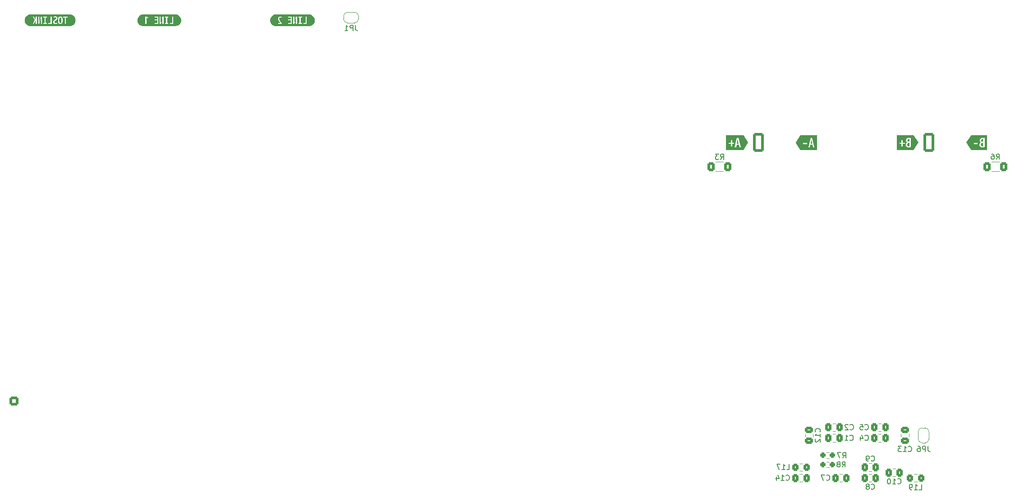
<source format=gbr>
%TF.GenerationSoftware,KiCad,Pcbnew,7.0.5-0*%
%TF.CreationDate,2024-02-04T17:51:19+01:00*%
%TF.ProjectId,AmplifierBoard,416d706c-6966-4696-9572-426f6172642e,rev?*%
%TF.SameCoordinates,Original*%
%TF.FileFunction,Legend,Bot*%
%TF.FilePolarity,Positive*%
%FSLAX46Y46*%
G04 Gerber Fmt 4.6, Leading zero omitted, Abs format (unit mm)*
G04 Created by KiCad (PCBNEW 7.0.5-0) date 2024-02-04 17:51:19*
%MOMM*%
%LPD*%
G01*
G04 APERTURE LIST*
G04 Aperture macros list*
%AMRoundRect*
0 Rectangle with rounded corners*
0 $1 Rounding radius*
0 $2 $3 $4 $5 $6 $7 $8 $9 X,Y pos of 4 corners*
0 Add a 4 corners polygon primitive as box body*
4,1,4,$2,$3,$4,$5,$6,$7,$8,$9,$2,$3,0*
0 Add four circle primitives for the rounded corners*
1,1,$1+$1,$2,$3*
1,1,$1+$1,$4,$5*
1,1,$1+$1,$6,$7*
1,1,$1+$1,$8,$9*
0 Add four rect primitives between the rounded corners*
20,1,$1+$1,$2,$3,$4,$5,0*
20,1,$1+$1,$4,$5,$6,$7,0*
20,1,$1+$1,$6,$7,$8,$9,0*
20,1,$1+$1,$8,$9,$2,$3,0*%
%AMFreePoly0*
4,1,19,0.500000,-0.750000,0.000000,-0.750000,0.000000,-0.744911,-0.071157,-0.744911,-0.207708,-0.704816,-0.327430,-0.627875,-0.420627,-0.520320,-0.479746,-0.390866,-0.500000,-0.250000,-0.500000,0.250000,-0.479746,0.390866,-0.420627,0.520320,-0.327430,0.627875,-0.207708,0.704816,-0.071157,0.744911,0.000000,0.744911,0.000000,0.750000,0.500000,0.750000,0.500000,-0.750000,0.500000,-0.750000,
$1*%
%AMFreePoly1*
4,1,19,0.000000,0.744911,0.071157,0.744911,0.207708,0.704816,0.327430,0.627875,0.420627,0.520320,0.479746,0.390866,0.500000,0.250000,0.500000,-0.250000,0.479746,-0.390866,0.420627,-0.520320,0.327430,-0.627875,0.207708,-0.704816,0.071157,-0.744911,0.000000,-0.744911,0.000000,-0.750000,-0.500000,-0.750000,-0.500000,0.750000,0.000000,0.750000,0.000000,0.744911,0.000000,0.744911,
$1*%
G04 Aperture macros list end*
%ADD10C,0.150000*%
%ADD11C,0.120000*%
%ADD12C,2.000000*%
%ADD13C,2.286000*%
%ADD14C,1.600000*%
%ADD15O,6.200000X9.200000*%
%ADD16C,3.000000*%
%ADD17O,2.000000X1.500000*%
%ADD18R,3.200000X3.200000*%
%ADD19O,3.200000X3.200000*%
%ADD20C,2.800000*%
%ADD21R,2.000000X1.905000*%
%ADD22O,2.000000X1.905000*%
%ADD23C,1.440000*%
%ADD24RoundRect,0.250000X-0.750000X-1.550000X0.750000X-1.550000X0.750000X1.550000X-0.750000X1.550000X0*%
%ADD25O,2.000000X3.600000*%
%ADD26R,1.905000X2.000000*%
%ADD27O,1.905000X2.000000*%
%ADD28R,1.700000X1.700000*%
%ADD29O,1.700000X1.700000*%
%ADD30RoundRect,0.250000X0.600000X0.600000X-0.600000X0.600000X-0.600000X-0.600000X0.600000X-0.600000X0*%
%ADD31C,1.700000*%
%ADD32RoundRect,0.250000X0.475000X-0.337500X0.475000X0.337500X-0.475000X0.337500X-0.475000X-0.337500X0*%
%ADD33FreePoly0,270.000000*%
%ADD34FreePoly1,270.000000*%
%ADD35RoundRect,0.250000X-0.337500X-0.475000X0.337500X-0.475000X0.337500X0.475000X-0.337500X0.475000X0*%
%ADD36FreePoly0,180.000000*%
%ADD37FreePoly1,180.000000*%
%ADD38RoundRect,0.237500X-0.250000X-0.237500X0.250000X-0.237500X0.250000X0.237500X-0.250000X0.237500X0*%
%ADD39RoundRect,0.250000X-0.325000X-0.450000X0.325000X-0.450000X0.325000X0.450000X-0.325000X0.450000X0*%
%ADD40RoundRect,0.250000X0.400000X0.625000X-0.400000X0.625000X-0.400000X-0.625000X0.400000X-0.625000X0*%
%ADD41RoundRect,0.250000X0.337500X0.475000X-0.337500X0.475000X-0.337500X-0.475000X0.337500X-0.475000X0*%
%ADD42RoundRect,0.250000X-0.400000X-0.625000X0.400000X-0.625000X0.400000X0.625000X-0.400000X0.625000X0*%
%ADD43RoundRect,0.250000X0.325000X0.450000X-0.325000X0.450000X-0.325000X-0.450000X0.325000X-0.450000X0*%
G04 APERTURE END LIST*
D10*
%TO.C,C12*%
X206039580Y-130357142D02*
X206087200Y-130309523D01*
X206087200Y-130309523D02*
X206134819Y-130166666D01*
X206134819Y-130166666D02*
X206134819Y-130071428D01*
X206134819Y-130071428D02*
X206087200Y-129928571D01*
X206087200Y-129928571D02*
X205991961Y-129833333D01*
X205991961Y-129833333D02*
X205896723Y-129785714D01*
X205896723Y-129785714D02*
X205706247Y-129738095D01*
X205706247Y-129738095D02*
X205563390Y-129738095D01*
X205563390Y-129738095D02*
X205372914Y-129785714D01*
X205372914Y-129785714D02*
X205277676Y-129833333D01*
X205277676Y-129833333D02*
X205182438Y-129928571D01*
X205182438Y-129928571D02*
X205134819Y-130071428D01*
X205134819Y-130071428D02*
X205134819Y-130166666D01*
X205134819Y-130166666D02*
X205182438Y-130309523D01*
X205182438Y-130309523D02*
X205230057Y-130357142D01*
X206134819Y-131309523D02*
X206134819Y-130738095D01*
X206134819Y-131023809D02*
X205134819Y-131023809D01*
X205134819Y-131023809D02*
X205277676Y-130928571D01*
X205277676Y-130928571D02*
X205372914Y-130833333D01*
X205372914Y-130833333D02*
X205420533Y-130738095D01*
X205230057Y-131690476D02*
X205182438Y-131738095D01*
X205182438Y-131738095D02*
X205134819Y-131833333D01*
X205134819Y-131833333D02*
X205134819Y-132071428D01*
X205134819Y-132071428D02*
X205182438Y-132166666D01*
X205182438Y-132166666D02*
X205230057Y-132214285D01*
X205230057Y-132214285D02*
X205325295Y-132261904D01*
X205325295Y-132261904D02*
X205420533Y-132261904D01*
X205420533Y-132261904D02*
X205563390Y-132214285D01*
X205563390Y-132214285D02*
X206134819Y-131642857D01*
X206134819Y-131642857D02*
X206134819Y-132261904D01*
%TO.C,JP6*%
X226333333Y-133054819D02*
X226333333Y-133769104D01*
X226333333Y-133769104D02*
X226380952Y-133911961D01*
X226380952Y-133911961D02*
X226476190Y-134007200D01*
X226476190Y-134007200D02*
X226619047Y-134054819D01*
X226619047Y-134054819D02*
X226714285Y-134054819D01*
X225857142Y-134054819D02*
X225857142Y-133054819D01*
X225857142Y-133054819D02*
X225476190Y-133054819D01*
X225476190Y-133054819D02*
X225380952Y-133102438D01*
X225380952Y-133102438D02*
X225333333Y-133150057D01*
X225333333Y-133150057D02*
X225285714Y-133245295D01*
X225285714Y-133245295D02*
X225285714Y-133388152D01*
X225285714Y-133388152D02*
X225333333Y-133483390D01*
X225333333Y-133483390D02*
X225380952Y-133531009D01*
X225380952Y-133531009D02*
X225476190Y-133578628D01*
X225476190Y-133578628D02*
X225857142Y-133578628D01*
X224428571Y-133054819D02*
X224619047Y-133054819D01*
X224619047Y-133054819D02*
X224714285Y-133102438D01*
X224714285Y-133102438D02*
X224761904Y-133150057D01*
X224761904Y-133150057D02*
X224857142Y-133292914D01*
X224857142Y-133292914D02*
X224904761Y-133483390D01*
X224904761Y-133483390D02*
X224904761Y-133864342D01*
X224904761Y-133864342D02*
X224857142Y-133959580D01*
X224857142Y-133959580D02*
X224809523Y-134007200D01*
X224809523Y-134007200D02*
X224714285Y-134054819D01*
X224714285Y-134054819D02*
X224523809Y-134054819D01*
X224523809Y-134054819D02*
X224428571Y-134007200D01*
X224428571Y-134007200D02*
X224380952Y-133959580D01*
X224380952Y-133959580D02*
X224333333Y-133864342D01*
X224333333Y-133864342D02*
X224333333Y-133626247D01*
X224333333Y-133626247D02*
X224380952Y-133531009D01*
X224380952Y-133531009D02*
X224428571Y-133483390D01*
X224428571Y-133483390D02*
X224523809Y-133435771D01*
X224523809Y-133435771D02*
X224714285Y-133435771D01*
X224714285Y-133435771D02*
X224809523Y-133483390D01*
X224809523Y-133483390D02*
X224857142Y-133531009D01*
X224857142Y-133531009D02*
X224904761Y-133626247D01*
%TO.C,C8*%
X215666666Y-141059580D02*
X215714285Y-141107200D01*
X215714285Y-141107200D02*
X215857142Y-141154819D01*
X215857142Y-141154819D02*
X215952380Y-141154819D01*
X215952380Y-141154819D02*
X216095237Y-141107200D01*
X216095237Y-141107200D02*
X216190475Y-141011961D01*
X216190475Y-141011961D02*
X216238094Y-140916723D01*
X216238094Y-140916723D02*
X216285713Y-140726247D01*
X216285713Y-140726247D02*
X216285713Y-140583390D01*
X216285713Y-140583390D02*
X216238094Y-140392914D01*
X216238094Y-140392914D02*
X216190475Y-140297676D01*
X216190475Y-140297676D02*
X216095237Y-140202438D01*
X216095237Y-140202438D02*
X215952380Y-140154819D01*
X215952380Y-140154819D02*
X215857142Y-140154819D01*
X215857142Y-140154819D02*
X215714285Y-140202438D01*
X215714285Y-140202438D02*
X215666666Y-140250057D01*
X215095237Y-140583390D02*
X215190475Y-140535771D01*
X215190475Y-140535771D02*
X215238094Y-140488152D01*
X215238094Y-140488152D02*
X215285713Y-140392914D01*
X215285713Y-140392914D02*
X215285713Y-140345295D01*
X215285713Y-140345295D02*
X215238094Y-140250057D01*
X215238094Y-140250057D02*
X215190475Y-140202438D01*
X215190475Y-140202438D02*
X215095237Y-140154819D01*
X215095237Y-140154819D02*
X214904761Y-140154819D01*
X214904761Y-140154819D02*
X214809523Y-140202438D01*
X214809523Y-140202438D02*
X214761904Y-140250057D01*
X214761904Y-140250057D02*
X214714285Y-140345295D01*
X214714285Y-140345295D02*
X214714285Y-140392914D01*
X214714285Y-140392914D02*
X214761904Y-140488152D01*
X214761904Y-140488152D02*
X214809523Y-140535771D01*
X214809523Y-140535771D02*
X214904761Y-140583390D01*
X214904761Y-140583390D02*
X215095237Y-140583390D01*
X215095237Y-140583390D02*
X215190475Y-140631009D01*
X215190475Y-140631009D02*
X215238094Y-140678628D01*
X215238094Y-140678628D02*
X215285713Y-140773866D01*
X215285713Y-140773866D02*
X215285713Y-140964342D01*
X215285713Y-140964342D02*
X215238094Y-141059580D01*
X215238094Y-141059580D02*
X215190475Y-141107200D01*
X215190475Y-141107200D02*
X215095237Y-141154819D01*
X215095237Y-141154819D02*
X214904761Y-141154819D01*
X214904761Y-141154819D02*
X214809523Y-141107200D01*
X214809523Y-141107200D02*
X214761904Y-141059580D01*
X214761904Y-141059580D02*
X214714285Y-140964342D01*
X214714285Y-140964342D02*
X214714285Y-140773866D01*
X214714285Y-140773866D02*
X214761904Y-140678628D01*
X214761904Y-140678628D02*
X214809523Y-140631009D01*
X214809523Y-140631009D02*
X214904761Y-140583390D01*
%TO.C,JP1*%
X118833333Y-53954819D02*
X118833333Y-54669104D01*
X118833333Y-54669104D02*
X118880952Y-54811961D01*
X118880952Y-54811961D02*
X118976190Y-54907200D01*
X118976190Y-54907200D02*
X119119047Y-54954819D01*
X119119047Y-54954819D02*
X119214285Y-54954819D01*
X118357142Y-54954819D02*
X118357142Y-53954819D01*
X118357142Y-53954819D02*
X117976190Y-53954819D01*
X117976190Y-53954819D02*
X117880952Y-54002438D01*
X117880952Y-54002438D02*
X117833333Y-54050057D01*
X117833333Y-54050057D02*
X117785714Y-54145295D01*
X117785714Y-54145295D02*
X117785714Y-54288152D01*
X117785714Y-54288152D02*
X117833333Y-54383390D01*
X117833333Y-54383390D02*
X117880952Y-54431009D01*
X117880952Y-54431009D02*
X117976190Y-54478628D01*
X117976190Y-54478628D02*
X118357142Y-54478628D01*
X116833333Y-54954819D02*
X117404761Y-54954819D01*
X117119047Y-54954819D02*
X117119047Y-53954819D01*
X117119047Y-53954819D02*
X117214285Y-54097676D01*
X117214285Y-54097676D02*
X117309523Y-54192914D01*
X117309523Y-54192914D02*
X117404761Y-54240533D01*
%TO.C,R7*%
X210316666Y-135254819D02*
X210649999Y-134778628D01*
X210888094Y-135254819D02*
X210888094Y-134254819D01*
X210888094Y-134254819D02*
X210507142Y-134254819D01*
X210507142Y-134254819D02*
X210411904Y-134302438D01*
X210411904Y-134302438D02*
X210364285Y-134350057D01*
X210364285Y-134350057D02*
X210316666Y-134445295D01*
X210316666Y-134445295D02*
X210316666Y-134588152D01*
X210316666Y-134588152D02*
X210364285Y-134683390D01*
X210364285Y-134683390D02*
X210411904Y-134731009D01*
X210411904Y-134731009D02*
X210507142Y-134778628D01*
X210507142Y-134778628D02*
X210888094Y-134778628D01*
X209983332Y-134254819D02*
X209316666Y-134254819D01*
X209316666Y-134254819D02*
X209745237Y-135254819D01*
%TO.C,L17*%
X199792857Y-137454819D02*
X200269047Y-137454819D01*
X200269047Y-137454819D02*
X200269047Y-136454819D01*
X198935714Y-137454819D02*
X199507142Y-137454819D01*
X199221428Y-137454819D02*
X199221428Y-136454819D01*
X199221428Y-136454819D02*
X199316666Y-136597676D01*
X199316666Y-136597676D02*
X199411904Y-136692914D01*
X199411904Y-136692914D02*
X199507142Y-136740533D01*
X198602380Y-136454819D02*
X197935714Y-136454819D01*
X197935714Y-136454819D02*
X198364285Y-137454819D01*
%TO.C,R8*%
X210216666Y-136954819D02*
X210549999Y-136478628D01*
X210788094Y-136954819D02*
X210788094Y-135954819D01*
X210788094Y-135954819D02*
X210407142Y-135954819D01*
X210407142Y-135954819D02*
X210311904Y-136002438D01*
X210311904Y-136002438D02*
X210264285Y-136050057D01*
X210264285Y-136050057D02*
X210216666Y-136145295D01*
X210216666Y-136145295D02*
X210216666Y-136288152D01*
X210216666Y-136288152D02*
X210264285Y-136383390D01*
X210264285Y-136383390D02*
X210311904Y-136431009D01*
X210311904Y-136431009D02*
X210407142Y-136478628D01*
X210407142Y-136478628D02*
X210788094Y-136478628D01*
X209645237Y-136383390D02*
X209740475Y-136335771D01*
X209740475Y-136335771D02*
X209788094Y-136288152D01*
X209788094Y-136288152D02*
X209835713Y-136192914D01*
X209835713Y-136192914D02*
X209835713Y-136145295D01*
X209835713Y-136145295D02*
X209788094Y-136050057D01*
X209788094Y-136050057D02*
X209740475Y-136002438D01*
X209740475Y-136002438D02*
X209645237Y-135954819D01*
X209645237Y-135954819D02*
X209454761Y-135954819D01*
X209454761Y-135954819D02*
X209359523Y-136002438D01*
X209359523Y-136002438D02*
X209311904Y-136050057D01*
X209311904Y-136050057D02*
X209264285Y-136145295D01*
X209264285Y-136145295D02*
X209264285Y-136192914D01*
X209264285Y-136192914D02*
X209311904Y-136288152D01*
X209311904Y-136288152D02*
X209359523Y-136335771D01*
X209359523Y-136335771D02*
X209454761Y-136383390D01*
X209454761Y-136383390D02*
X209645237Y-136383390D01*
X209645237Y-136383390D02*
X209740475Y-136431009D01*
X209740475Y-136431009D02*
X209788094Y-136478628D01*
X209788094Y-136478628D02*
X209835713Y-136573866D01*
X209835713Y-136573866D02*
X209835713Y-136764342D01*
X209835713Y-136764342D02*
X209788094Y-136859580D01*
X209788094Y-136859580D02*
X209740475Y-136907200D01*
X209740475Y-136907200D02*
X209645237Y-136954819D01*
X209645237Y-136954819D02*
X209454761Y-136954819D01*
X209454761Y-136954819D02*
X209359523Y-136907200D01*
X209359523Y-136907200D02*
X209311904Y-136859580D01*
X209311904Y-136859580D02*
X209264285Y-136764342D01*
X209264285Y-136764342D02*
X209264285Y-136573866D01*
X209264285Y-136573866D02*
X209311904Y-136478628D01*
X209311904Y-136478628D02*
X209359523Y-136431009D01*
X209359523Y-136431009D02*
X209454761Y-136383390D01*
%TO.C,C13*%
X222642857Y-133959580D02*
X222690476Y-134007200D01*
X222690476Y-134007200D02*
X222833333Y-134054819D01*
X222833333Y-134054819D02*
X222928571Y-134054819D01*
X222928571Y-134054819D02*
X223071428Y-134007200D01*
X223071428Y-134007200D02*
X223166666Y-133911961D01*
X223166666Y-133911961D02*
X223214285Y-133816723D01*
X223214285Y-133816723D02*
X223261904Y-133626247D01*
X223261904Y-133626247D02*
X223261904Y-133483390D01*
X223261904Y-133483390D02*
X223214285Y-133292914D01*
X223214285Y-133292914D02*
X223166666Y-133197676D01*
X223166666Y-133197676D02*
X223071428Y-133102438D01*
X223071428Y-133102438D02*
X222928571Y-133054819D01*
X222928571Y-133054819D02*
X222833333Y-133054819D01*
X222833333Y-133054819D02*
X222690476Y-133102438D01*
X222690476Y-133102438D02*
X222642857Y-133150057D01*
X221690476Y-134054819D02*
X222261904Y-134054819D01*
X221976190Y-134054819D02*
X221976190Y-133054819D01*
X221976190Y-133054819D02*
X222071428Y-133197676D01*
X222071428Y-133197676D02*
X222166666Y-133292914D01*
X222166666Y-133292914D02*
X222261904Y-133340533D01*
X221357142Y-133054819D02*
X220738095Y-133054819D01*
X220738095Y-133054819D02*
X221071428Y-133435771D01*
X221071428Y-133435771D02*
X220928571Y-133435771D01*
X220928571Y-133435771D02*
X220833333Y-133483390D01*
X220833333Y-133483390D02*
X220785714Y-133531009D01*
X220785714Y-133531009D02*
X220738095Y-133626247D01*
X220738095Y-133626247D02*
X220738095Y-133864342D01*
X220738095Y-133864342D02*
X220785714Y-133959580D01*
X220785714Y-133959580D02*
X220833333Y-134007200D01*
X220833333Y-134007200D02*
X220928571Y-134054819D01*
X220928571Y-134054819D02*
X221214285Y-134054819D01*
X221214285Y-134054819D02*
X221309523Y-134007200D01*
X221309523Y-134007200D02*
X221357142Y-133959580D01*
%TO.C,C5*%
X214516666Y-129859580D02*
X214564285Y-129907200D01*
X214564285Y-129907200D02*
X214707142Y-129954819D01*
X214707142Y-129954819D02*
X214802380Y-129954819D01*
X214802380Y-129954819D02*
X214945237Y-129907200D01*
X214945237Y-129907200D02*
X215040475Y-129811961D01*
X215040475Y-129811961D02*
X215088094Y-129716723D01*
X215088094Y-129716723D02*
X215135713Y-129526247D01*
X215135713Y-129526247D02*
X215135713Y-129383390D01*
X215135713Y-129383390D02*
X215088094Y-129192914D01*
X215088094Y-129192914D02*
X215040475Y-129097676D01*
X215040475Y-129097676D02*
X214945237Y-129002438D01*
X214945237Y-129002438D02*
X214802380Y-128954819D01*
X214802380Y-128954819D02*
X214707142Y-128954819D01*
X214707142Y-128954819D02*
X214564285Y-129002438D01*
X214564285Y-129002438D02*
X214516666Y-129050057D01*
X213611904Y-128954819D02*
X214088094Y-128954819D01*
X214088094Y-128954819D02*
X214135713Y-129431009D01*
X214135713Y-129431009D02*
X214088094Y-129383390D01*
X214088094Y-129383390D02*
X213992856Y-129335771D01*
X213992856Y-129335771D02*
X213754761Y-129335771D01*
X213754761Y-129335771D02*
X213659523Y-129383390D01*
X213659523Y-129383390D02*
X213611904Y-129431009D01*
X213611904Y-129431009D02*
X213564285Y-129526247D01*
X213564285Y-129526247D02*
X213564285Y-129764342D01*
X213564285Y-129764342D02*
X213611904Y-129859580D01*
X213611904Y-129859580D02*
X213659523Y-129907200D01*
X213659523Y-129907200D02*
X213754761Y-129954819D01*
X213754761Y-129954819D02*
X213992856Y-129954819D01*
X213992856Y-129954819D02*
X214088094Y-129907200D01*
X214088094Y-129907200D02*
X214135713Y-129859580D01*
%TO.C,R6*%
X239166666Y-79134819D02*
X239499999Y-78658628D01*
X239738094Y-79134819D02*
X239738094Y-78134819D01*
X239738094Y-78134819D02*
X239357142Y-78134819D01*
X239357142Y-78134819D02*
X239261904Y-78182438D01*
X239261904Y-78182438D02*
X239214285Y-78230057D01*
X239214285Y-78230057D02*
X239166666Y-78325295D01*
X239166666Y-78325295D02*
X239166666Y-78468152D01*
X239166666Y-78468152D02*
X239214285Y-78563390D01*
X239214285Y-78563390D02*
X239261904Y-78611009D01*
X239261904Y-78611009D02*
X239357142Y-78658628D01*
X239357142Y-78658628D02*
X239738094Y-78658628D01*
X238309523Y-78134819D02*
X238499999Y-78134819D01*
X238499999Y-78134819D02*
X238595237Y-78182438D01*
X238595237Y-78182438D02*
X238642856Y-78230057D01*
X238642856Y-78230057D02*
X238738094Y-78372914D01*
X238738094Y-78372914D02*
X238785713Y-78563390D01*
X238785713Y-78563390D02*
X238785713Y-78944342D01*
X238785713Y-78944342D02*
X238738094Y-79039580D01*
X238738094Y-79039580D02*
X238690475Y-79087200D01*
X238690475Y-79087200D02*
X238595237Y-79134819D01*
X238595237Y-79134819D02*
X238404761Y-79134819D01*
X238404761Y-79134819D02*
X238309523Y-79087200D01*
X238309523Y-79087200D02*
X238261904Y-79039580D01*
X238261904Y-79039580D02*
X238214285Y-78944342D01*
X238214285Y-78944342D02*
X238214285Y-78706247D01*
X238214285Y-78706247D02*
X238261904Y-78611009D01*
X238261904Y-78611009D02*
X238309523Y-78563390D01*
X238309523Y-78563390D02*
X238404761Y-78515771D01*
X238404761Y-78515771D02*
X238595237Y-78515771D01*
X238595237Y-78515771D02*
X238690475Y-78563390D01*
X238690475Y-78563390D02*
X238738094Y-78611009D01*
X238738094Y-78611009D02*
X238785713Y-78706247D01*
%TO.C,C14*%
X199692857Y-139359580D02*
X199740476Y-139407200D01*
X199740476Y-139407200D02*
X199883333Y-139454819D01*
X199883333Y-139454819D02*
X199978571Y-139454819D01*
X199978571Y-139454819D02*
X200121428Y-139407200D01*
X200121428Y-139407200D02*
X200216666Y-139311961D01*
X200216666Y-139311961D02*
X200264285Y-139216723D01*
X200264285Y-139216723D02*
X200311904Y-139026247D01*
X200311904Y-139026247D02*
X200311904Y-138883390D01*
X200311904Y-138883390D02*
X200264285Y-138692914D01*
X200264285Y-138692914D02*
X200216666Y-138597676D01*
X200216666Y-138597676D02*
X200121428Y-138502438D01*
X200121428Y-138502438D02*
X199978571Y-138454819D01*
X199978571Y-138454819D02*
X199883333Y-138454819D01*
X199883333Y-138454819D02*
X199740476Y-138502438D01*
X199740476Y-138502438D02*
X199692857Y-138550057D01*
X198740476Y-139454819D02*
X199311904Y-139454819D01*
X199026190Y-139454819D02*
X199026190Y-138454819D01*
X199026190Y-138454819D02*
X199121428Y-138597676D01*
X199121428Y-138597676D02*
X199216666Y-138692914D01*
X199216666Y-138692914D02*
X199311904Y-138740533D01*
X197883333Y-138788152D02*
X197883333Y-139454819D01*
X198121428Y-138407200D02*
X198359523Y-139121485D01*
X198359523Y-139121485D02*
X197740476Y-139121485D01*
%TO.C,C2*%
X211716666Y-129859580D02*
X211764285Y-129907200D01*
X211764285Y-129907200D02*
X211907142Y-129954819D01*
X211907142Y-129954819D02*
X212002380Y-129954819D01*
X212002380Y-129954819D02*
X212145237Y-129907200D01*
X212145237Y-129907200D02*
X212240475Y-129811961D01*
X212240475Y-129811961D02*
X212288094Y-129716723D01*
X212288094Y-129716723D02*
X212335713Y-129526247D01*
X212335713Y-129526247D02*
X212335713Y-129383390D01*
X212335713Y-129383390D02*
X212288094Y-129192914D01*
X212288094Y-129192914D02*
X212240475Y-129097676D01*
X212240475Y-129097676D02*
X212145237Y-129002438D01*
X212145237Y-129002438D02*
X212002380Y-128954819D01*
X212002380Y-128954819D02*
X211907142Y-128954819D01*
X211907142Y-128954819D02*
X211764285Y-129002438D01*
X211764285Y-129002438D02*
X211716666Y-129050057D01*
X211335713Y-129050057D02*
X211288094Y-129002438D01*
X211288094Y-129002438D02*
X211192856Y-128954819D01*
X211192856Y-128954819D02*
X210954761Y-128954819D01*
X210954761Y-128954819D02*
X210859523Y-129002438D01*
X210859523Y-129002438D02*
X210811904Y-129050057D01*
X210811904Y-129050057D02*
X210764285Y-129145295D01*
X210764285Y-129145295D02*
X210764285Y-129240533D01*
X210764285Y-129240533D02*
X210811904Y-129383390D01*
X210811904Y-129383390D02*
X211383332Y-129954819D01*
X211383332Y-129954819D02*
X210764285Y-129954819D01*
%TO.C,R3*%
X187366666Y-79154819D02*
X187699999Y-78678628D01*
X187938094Y-79154819D02*
X187938094Y-78154819D01*
X187938094Y-78154819D02*
X187557142Y-78154819D01*
X187557142Y-78154819D02*
X187461904Y-78202438D01*
X187461904Y-78202438D02*
X187414285Y-78250057D01*
X187414285Y-78250057D02*
X187366666Y-78345295D01*
X187366666Y-78345295D02*
X187366666Y-78488152D01*
X187366666Y-78488152D02*
X187414285Y-78583390D01*
X187414285Y-78583390D02*
X187461904Y-78631009D01*
X187461904Y-78631009D02*
X187557142Y-78678628D01*
X187557142Y-78678628D02*
X187938094Y-78678628D01*
X187033332Y-78154819D02*
X186414285Y-78154819D01*
X186414285Y-78154819D02*
X186747618Y-78535771D01*
X186747618Y-78535771D02*
X186604761Y-78535771D01*
X186604761Y-78535771D02*
X186509523Y-78583390D01*
X186509523Y-78583390D02*
X186461904Y-78631009D01*
X186461904Y-78631009D02*
X186414285Y-78726247D01*
X186414285Y-78726247D02*
X186414285Y-78964342D01*
X186414285Y-78964342D02*
X186461904Y-79059580D01*
X186461904Y-79059580D02*
X186509523Y-79107200D01*
X186509523Y-79107200D02*
X186604761Y-79154819D01*
X186604761Y-79154819D02*
X186890475Y-79154819D01*
X186890475Y-79154819D02*
X186985713Y-79107200D01*
X186985713Y-79107200D02*
X187033332Y-79059580D01*
%TO.C,C1*%
X211666666Y-131859580D02*
X211714285Y-131907200D01*
X211714285Y-131907200D02*
X211857142Y-131954819D01*
X211857142Y-131954819D02*
X211952380Y-131954819D01*
X211952380Y-131954819D02*
X212095237Y-131907200D01*
X212095237Y-131907200D02*
X212190475Y-131811961D01*
X212190475Y-131811961D02*
X212238094Y-131716723D01*
X212238094Y-131716723D02*
X212285713Y-131526247D01*
X212285713Y-131526247D02*
X212285713Y-131383390D01*
X212285713Y-131383390D02*
X212238094Y-131192914D01*
X212238094Y-131192914D02*
X212190475Y-131097676D01*
X212190475Y-131097676D02*
X212095237Y-131002438D01*
X212095237Y-131002438D02*
X211952380Y-130954819D01*
X211952380Y-130954819D02*
X211857142Y-130954819D01*
X211857142Y-130954819D02*
X211714285Y-131002438D01*
X211714285Y-131002438D02*
X211666666Y-131050057D01*
X210714285Y-131954819D02*
X211285713Y-131954819D01*
X210999999Y-131954819D02*
X210999999Y-130954819D01*
X210999999Y-130954819D02*
X211095237Y-131097676D01*
X211095237Y-131097676D02*
X211190475Y-131192914D01*
X211190475Y-131192914D02*
X211285713Y-131240533D01*
%TO.C,C9*%
X215666666Y-135759580D02*
X215714285Y-135807200D01*
X215714285Y-135807200D02*
X215857142Y-135854819D01*
X215857142Y-135854819D02*
X215952380Y-135854819D01*
X215952380Y-135854819D02*
X216095237Y-135807200D01*
X216095237Y-135807200D02*
X216190475Y-135711961D01*
X216190475Y-135711961D02*
X216238094Y-135616723D01*
X216238094Y-135616723D02*
X216285713Y-135426247D01*
X216285713Y-135426247D02*
X216285713Y-135283390D01*
X216285713Y-135283390D02*
X216238094Y-135092914D01*
X216238094Y-135092914D02*
X216190475Y-134997676D01*
X216190475Y-134997676D02*
X216095237Y-134902438D01*
X216095237Y-134902438D02*
X215952380Y-134854819D01*
X215952380Y-134854819D02*
X215857142Y-134854819D01*
X215857142Y-134854819D02*
X215714285Y-134902438D01*
X215714285Y-134902438D02*
X215666666Y-134950057D01*
X215190475Y-135854819D02*
X214999999Y-135854819D01*
X214999999Y-135854819D02*
X214904761Y-135807200D01*
X214904761Y-135807200D02*
X214857142Y-135759580D01*
X214857142Y-135759580D02*
X214761904Y-135616723D01*
X214761904Y-135616723D02*
X214714285Y-135426247D01*
X214714285Y-135426247D02*
X214714285Y-135045295D01*
X214714285Y-135045295D02*
X214761904Y-134950057D01*
X214761904Y-134950057D02*
X214809523Y-134902438D01*
X214809523Y-134902438D02*
X214904761Y-134854819D01*
X214904761Y-134854819D02*
X215095237Y-134854819D01*
X215095237Y-134854819D02*
X215190475Y-134902438D01*
X215190475Y-134902438D02*
X215238094Y-134950057D01*
X215238094Y-134950057D02*
X215285713Y-135045295D01*
X215285713Y-135045295D02*
X215285713Y-135283390D01*
X215285713Y-135283390D02*
X215238094Y-135378628D01*
X215238094Y-135378628D02*
X215190475Y-135426247D01*
X215190475Y-135426247D02*
X215095237Y-135473866D01*
X215095237Y-135473866D02*
X214904761Y-135473866D01*
X214904761Y-135473866D02*
X214809523Y-135426247D01*
X214809523Y-135426247D02*
X214761904Y-135378628D01*
X214761904Y-135378628D02*
X214714285Y-135283390D01*
%TO.C,C4*%
X214516666Y-131859580D02*
X214564285Y-131907200D01*
X214564285Y-131907200D02*
X214707142Y-131954819D01*
X214707142Y-131954819D02*
X214802380Y-131954819D01*
X214802380Y-131954819D02*
X214945237Y-131907200D01*
X214945237Y-131907200D02*
X215040475Y-131811961D01*
X215040475Y-131811961D02*
X215088094Y-131716723D01*
X215088094Y-131716723D02*
X215135713Y-131526247D01*
X215135713Y-131526247D02*
X215135713Y-131383390D01*
X215135713Y-131383390D02*
X215088094Y-131192914D01*
X215088094Y-131192914D02*
X215040475Y-131097676D01*
X215040475Y-131097676D02*
X214945237Y-131002438D01*
X214945237Y-131002438D02*
X214802380Y-130954819D01*
X214802380Y-130954819D02*
X214707142Y-130954819D01*
X214707142Y-130954819D02*
X214564285Y-131002438D01*
X214564285Y-131002438D02*
X214516666Y-131050057D01*
X213659523Y-131288152D02*
X213659523Y-131954819D01*
X213897618Y-130907200D02*
X214135713Y-131621485D01*
X214135713Y-131621485D02*
X213516666Y-131621485D01*
%TO.C,C7*%
X207266666Y-139359580D02*
X207314285Y-139407200D01*
X207314285Y-139407200D02*
X207457142Y-139454819D01*
X207457142Y-139454819D02*
X207552380Y-139454819D01*
X207552380Y-139454819D02*
X207695237Y-139407200D01*
X207695237Y-139407200D02*
X207790475Y-139311961D01*
X207790475Y-139311961D02*
X207838094Y-139216723D01*
X207838094Y-139216723D02*
X207885713Y-139026247D01*
X207885713Y-139026247D02*
X207885713Y-138883390D01*
X207885713Y-138883390D02*
X207838094Y-138692914D01*
X207838094Y-138692914D02*
X207790475Y-138597676D01*
X207790475Y-138597676D02*
X207695237Y-138502438D01*
X207695237Y-138502438D02*
X207552380Y-138454819D01*
X207552380Y-138454819D02*
X207457142Y-138454819D01*
X207457142Y-138454819D02*
X207314285Y-138502438D01*
X207314285Y-138502438D02*
X207266666Y-138550057D01*
X206933332Y-138454819D02*
X206266666Y-138454819D01*
X206266666Y-138454819D02*
X206695237Y-139454819D01*
%TO.C,L19*%
X224642857Y-141204819D02*
X225119047Y-141204819D01*
X225119047Y-141204819D02*
X225119047Y-140204819D01*
X223785714Y-141204819D02*
X224357142Y-141204819D01*
X224071428Y-141204819D02*
X224071428Y-140204819D01*
X224071428Y-140204819D02*
X224166666Y-140347676D01*
X224166666Y-140347676D02*
X224261904Y-140442914D01*
X224261904Y-140442914D02*
X224357142Y-140490533D01*
X223309523Y-141204819D02*
X223119047Y-141204819D01*
X223119047Y-141204819D02*
X223023809Y-141157200D01*
X223023809Y-141157200D02*
X222976190Y-141109580D01*
X222976190Y-141109580D02*
X222880952Y-140966723D01*
X222880952Y-140966723D02*
X222833333Y-140776247D01*
X222833333Y-140776247D02*
X222833333Y-140395295D01*
X222833333Y-140395295D02*
X222880952Y-140300057D01*
X222880952Y-140300057D02*
X222928571Y-140252438D01*
X222928571Y-140252438D02*
X223023809Y-140204819D01*
X223023809Y-140204819D02*
X223214285Y-140204819D01*
X223214285Y-140204819D02*
X223309523Y-140252438D01*
X223309523Y-140252438D02*
X223357142Y-140300057D01*
X223357142Y-140300057D02*
X223404761Y-140395295D01*
X223404761Y-140395295D02*
X223404761Y-140633390D01*
X223404761Y-140633390D02*
X223357142Y-140728628D01*
X223357142Y-140728628D02*
X223309523Y-140776247D01*
X223309523Y-140776247D02*
X223214285Y-140823866D01*
X223214285Y-140823866D02*
X223023809Y-140823866D01*
X223023809Y-140823866D02*
X222928571Y-140776247D01*
X222928571Y-140776247D02*
X222880952Y-140728628D01*
X222880952Y-140728628D02*
X222833333Y-140633390D01*
%TO.C,C10*%
X220642857Y-140039580D02*
X220690476Y-140087200D01*
X220690476Y-140087200D02*
X220833333Y-140134819D01*
X220833333Y-140134819D02*
X220928571Y-140134819D01*
X220928571Y-140134819D02*
X221071428Y-140087200D01*
X221071428Y-140087200D02*
X221166666Y-139991961D01*
X221166666Y-139991961D02*
X221214285Y-139896723D01*
X221214285Y-139896723D02*
X221261904Y-139706247D01*
X221261904Y-139706247D02*
X221261904Y-139563390D01*
X221261904Y-139563390D02*
X221214285Y-139372914D01*
X221214285Y-139372914D02*
X221166666Y-139277676D01*
X221166666Y-139277676D02*
X221071428Y-139182438D01*
X221071428Y-139182438D02*
X220928571Y-139134819D01*
X220928571Y-139134819D02*
X220833333Y-139134819D01*
X220833333Y-139134819D02*
X220690476Y-139182438D01*
X220690476Y-139182438D02*
X220642857Y-139230057D01*
X219690476Y-140134819D02*
X220261904Y-140134819D01*
X219976190Y-140134819D02*
X219976190Y-139134819D01*
X219976190Y-139134819D02*
X220071428Y-139277676D01*
X220071428Y-139277676D02*
X220166666Y-139372914D01*
X220166666Y-139372914D02*
X220261904Y-139420533D01*
X219071428Y-139134819D02*
X218976190Y-139134819D01*
X218976190Y-139134819D02*
X218880952Y-139182438D01*
X218880952Y-139182438D02*
X218833333Y-139230057D01*
X218833333Y-139230057D02*
X218785714Y-139325295D01*
X218785714Y-139325295D02*
X218738095Y-139515771D01*
X218738095Y-139515771D02*
X218738095Y-139753866D01*
X218738095Y-139753866D02*
X218785714Y-139944342D01*
X218785714Y-139944342D02*
X218833333Y-140039580D01*
X218833333Y-140039580D02*
X218880952Y-140087200D01*
X218880952Y-140087200D02*
X218976190Y-140134819D01*
X218976190Y-140134819D02*
X219071428Y-140134819D01*
X219071428Y-140134819D02*
X219166666Y-140087200D01*
X219166666Y-140087200D02*
X219214285Y-140039580D01*
X219214285Y-140039580D02*
X219261904Y-139944342D01*
X219261904Y-139944342D02*
X219309523Y-139753866D01*
X219309523Y-139753866D02*
X219309523Y-139515771D01*
X219309523Y-139515771D02*
X219261904Y-139325295D01*
X219261904Y-139325295D02*
X219214285Y-139230057D01*
X219214285Y-139230057D02*
X219166666Y-139182438D01*
X219166666Y-139182438D02*
X219071428Y-139134819D01*
%TO.C,kibuzzard-65BCFB90*%
G36*
X222845414Y-75330869D02*
G01*
X222845414Y-75833313D01*
X222776357Y-75833313D01*
X222635864Y-75816941D01*
X222538232Y-75767828D01*
X222481082Y-75682401D01*
X222462032Y-75557088D01*
X222491401Y-75420827D01*
X222579507Y-75339071D01*
X222726351Y-75311819D01*
X222845414Y-75330869D01*
G37*
G36*
X222845414Y-76669131D02*
G01*
X222712064Y-76688181D01*
X222583178Y-76668834D01*
X222491798Y-76610791D01*
X222437327Y-76510480D01*
X222419170Y-76364331D01*
X222438815Y-76216098D01*
X222497751Y-76114300D01*
X222598954Y-76055364D01*
X222745401Y-76035719D01*
X222845414Y-76035719D01*
X222845414Y-76669131D01*
G37*
G36*
X224534249Y-76000000D02*
G01*
X223608207Y-77389062D01*
X223112114Y-77389062D01*
X222712064Y-77389062D01*
X221345226Y-77389062D01*
X220961845Y-77389062D01*
X220465751Y-77389062D01*
X220465751Y-76250031D01*
X220961845Y-76250031D01*
X221345226Y-76250031D01*
X221345226Y-76750094D01*
X221600020Y-76750094D01*
X221600020Y-76369094D01*
X222159614Y-76369094D01*
X222174959Y-76529167D01*
X222220997Y-76660135D01*
X222297726Y-76762000D01*
X222405147Y-76834760D01*
X222543259Y-76878417D01*
X222712064Y-76892969D01*
X222847530Y-76887677D01*
X222980880Y-76871802D01*
X223112114Y-76845344D01*
X223112114Y-75154656D01*
X222922804Y-75118938D01*
X222726351Y-75107031D01*
X222539471Y-75124367D01*
X222394119Y-75176373D01*
X222290297Y-75263051D01*
X222228003Y-75384399D01*
X222207239Y-75540419D01*
X222225991Y-75674959D01*
X222282248Y-75788069D01*
X222369461Y-75872603D01*
X222481082Y-75921419D01*
X222481082Y-75923800D01*
X222354578Y-75974402D01*
X222251292Y-76073819D01*
X222182533Y-76209550D01*
X222159614Y-76369094D01*
X221600020Y-76369094D01*
X221600020Y-76250031D01*
X221985782Y-76250031D01*
X221985782Y-76052388D01*
X221600020Y-76052388D01*
X221600020Y-75559469D01*
X221345226Y-75559469D01*
X221345226Y-76052388D01*
X220961845Y-76052388D01*
X220961845Y-76250031D01*
X220465751Y-76250031D01*
X220465751Y-74610938D01*
X220961845Y-74610938D01*
X223112114Y-74610938D01*
X223608207Y-74610938D01*
X224534249Y-76000000D01*
G37*
D11*
%TO.C,C12*%
X203265000Y-131261252D02*
X203265000Y-130738748D01*
X204735000Y-131261252D02*
X204735000Y-130738748D01*
%TO.C,JP6*%
X225800000Y-129600000D02*
X225200000Y-129600000D01*
X224500000Y-130300000D02*
X224500000Y-131700000D01*
X226500000Y-131700000D02*
X226500000Y-130300000D01*
X225200000Y-132400000D02*
X225800000Y-132400000D01*
X226500000Y-130300000D02*
G75*
G03*
X225800000Y-129600000I-699999J1D01*
G01*
X225200000Y-129600000D02*
G75*
G03*
X224500000Y-130300000I-1J-699999D01*
G01*
X225800000Y-132400000D02*
G75*
G03*
X226500000Y-131700000I0J700000D01*
G01*
X224500000Y-131700000D02*
G75*
G03*
X225200000Y-132400000I700000J0D01*
G01*
%TO.C,C8*%
X215238748Y-138265000D02*
X215761252Y-138265000D01*
X215238748Y-139735000D02*
X215761252Y-139735000D01*
%TO.C,JP1*%
X119400000Y-52800000D02*
X119400000Y-52200000D01*
X118700000Y-51500000D02*
X117300000Y-51500000D01*
X117300000Y-53500000D02*
X118700000Y-53500000D01*
X116600000Y-52200000D02*
X116600000Y-52800000D01*
X118700000Y-53500000D02*
G75*
G03*
X119400000Y-52800000I1J699999D01*
G01*
X119400000Y-52200000D02*
G75*
G03*
X118700000Y-51500000I-699999J1D01*
G01*
X116600000Y-52800000D02*
G75*
G03*
X117300000Y-53500000I700000J0D01*
G01*
X117300000Y-51500000D02*
G75*
G03*
X116600000Y-52200000I0J-700000D01*
G01*
%TO.C,kibuzzard-65BCFBA1*%
G36*
X236694065Y-75330869D02*
G01*
X236694065Y-75833313D01*
X236625008Y-75833313D01*
X236484515Y-75816941D01*
X236386883Y-75767828D01*
X236329733Y-75682401D01*
X236310683Y-75557088D01*
X236340052Y-75420827D01*
X236428158Y-75339071D01*
X236575002Y-75311819D01*
X236694065Y-75330869D01*
G37*
G36*
X236694065Y-76669131D02*
G01*
X236560715Y-76688181D01*
X236431829Y-76668834D01*
X236340449Y-76610791D01*
X236285978Y-76510480D01*
X236267821Y-76364331D01*
X236287466Y-76216098D01*
X236346402Y-76114300D01*
X236447605Y-76055364D01*
X236594052Y-76035719D01*
X236694065Y-76035719D01*
X236694065Y-76669131D01*
G37*
G36*
X237456858Y-77389062D02*
G01*
X236960765Y-77389062D01*
X236560715Y-77389062D01*
X235679652Y-77389062D01*
X234965277Y-77389062D01*
X234469183Y-77389062D01*
X233789205Y-76369094D01*
X236008265Y-76369094D01*
X236023610Y-76529167D01*
X236069648Y-76660135D01*
X236146377Y-76762000D01*
X236253798Y-76834760D01*
X236391910Y-76878417D01*
X236560715Y-76892969D01*
X236696181Y-76887677D01*
X236829531Y-76871802D01*
X236960765Y-76845344D01*
X236960765Y-75154656D01*
X236771455Y-75118938D01*
X236575002Y-75107031D01*
X236388122Y-75124367D01*
X236242770Y-75176373D01*
X236138948Y-75263051D01*
X236076654Y-75384399D01*
X236055890Y-75540419D01*
X236074642Y-75674959D01*
X236130899Y-75788069D01*
X236218112Y-75872603D01*
X236329733Y-75921419D01*
X236329733Y-75923800D01*
X236203229Y-75974402D01*
X236099943Y-76073819D01*
X236031184Y-76209550D01*
X236008265Y-76369094D01*
X233789205Y-76369094D01*
X233587592Y-76066675D01*
X234965277Y-76066675D01*
X234965277Y-76264319D01*
X235679652Y-76264319D01*
X235679652Y-76066675D01*
X234965277Y-76066675D01*
X233587592Y-76066675D01*
X233543142Y-76000000D01*
X234469183Y-74610938D01*
X234965277Y-74610938D01*
X236960765Y-74610938D01*
X237456858Y-74610938D01*
X237456858Y-77389062D01*
G37*
%TO.C,R7*%
X207245276Y-134227500D02*
X207754724Y-134227500D01*
X207245276Y-135272500D02*
X207754724Y-135272500D01*
%TO.C,kibuzzard-65BD00A1*%
G36*
X85136639Y-51913059D02*
G01*
X85242663Y-51928786D01*
X85346634Y-51954830D01*
X85447552Y-51990939D01*
X85544445Y-52036766D01*
X85636379Y-52091869D01*
X85722469Y-52155718D01*
X85801887Y-52227698D01*
X85873867Y-52307116D01*
X85937716Y-52393206D01*
X85992819Y-52485140D01*
X86038646Y-52582033D01*
X86074755Y-52682951D01*
X86100799Y-52786922D01*
X86116526Y-52892946D01*
X86121785Y-53000000D01*
X86116526Y-53107054D01*
X86100799Y-53213078D01*
X86074755Y-53317049D01*
X86038646Y-53417967D01*
X85992819Y-53514860D01*
X85937716Y-53606794D01*
X85873867Y-53692884D01*
X85801887Y-53772302D01*
X85722469Y-53844282D01*
X85636379Y-53908131D01*
X85544445Y-53963234D01*
X85447552Y-54009061D01*
X85346634Y-54045170D01*
X85242663Y-54071214D01*
X85136639Y-54086941D01*
X85029585Y-54092200D01*
X84632710Y-54092200D01*
X83975485Y-54092200D01*
X83061085Y-54092200D01*
X82794385Y-54092200D01*
X81142750Y-54092200D01*
X79580650Y-54092200D01*
X79367290Y-54092200D01*
X78970415Y-54092200D01*
X78863361Y-54086941D01*
X78757337Y-54071214D01*
X78653366Y-54045170D01*
X78552448Y-54009061D01*
X78455555Y-53963234D01*
X78363621Y-53908131D01*
X78277531Y-53844282D01*
X78198113Y-53772302D01*
X78126133Y-53692884D01*
X78062284Y-53606794D01*
X78007181Y-53514860D01*
X77961354Y-53417967D01*
X77925245Y-53317049D01*
X77899201Y-53213078D01*
X77883474Y-53107054D01*
X77878215Y-53000000D01*
X77883474Y-52892946D01*
X77899201Y-52786922D01*
X77925245Y-52682951D01*
X77961354Y-52582033D01*
X78007181Y-52485140D01*
X78062284Y-52393206D01*
X78126133Y-52307116D01*
X78128345Y-52304675D01*
X79367290Y-52304675D01*
X79367290Y-53695325D01*
X79580650Y-53695325D01*
X79580650Y-52504700D01*
X79584460Y-52502795D01*
X79912120Y-52685675D01*
X79912120Y-52498985D01*
X79578745Y-52304675D01*
X81142750Y-52304675D01*
X81142750Y-52470410D01*
X81596140Y-52470410D01*
X81596140Y-52866650D01*
X81161800Y-52866650D01*
X81161800Y-53028575D01*
X81596140Y-53028575D01*
X81596140Y-53529590D01*
X81142750Y-53529590D01*
X81142750Y-53695325D01*
X81809500Y-53695325D01*
X81809500Y-52304675D01*
X82070485Y-52304675D01*
X82070485Y-53695325D01*
X82283845Y-53695325D01*
X82581025Y-52685675D01*
X82584835Y-52685675D01*
X82584835Y-53695325D01*
X82794385Y-53695325D01*
X82794385Y-52304675D01*
X83061085Y-52304675D01*
X83061085Y-52470410D01*
X83274445Y-52470410D01*
X83274445Y-53529590D01*
X83061085Y-53529590D01*
X83061085Y-53695325D01*
X83708785Y-53695325D01*
X83975485Y-53695325D01*
X84632710Y-53695325D01*
X84632710Y-52304675D01*
X84419350Y-52304675D01*
X84419350Y-53529590D01*
X83975485Y-53529590D01*
X83975485Y-53695325D01*
X83708785Y-53695325D01*
X83708785Y-53529590D01*
X83495425Y-53529590D01*
X83495425Y-52470410D01*
X83708785Y-52470410D01*
X83708785Y-52304675D01*
X83061085Y-52304675D01*
X82794385Y-52304675D01*
X82573405Y-52304675D01*
X82276225Y-53314325D01*
X82270510Y-53314325D01*
X82270510Y-52304675D01*
X82070485Y-52304675D01*
X81809500Y-52304675D01*
X81142750Y-52304675D01*
X79578745Y-52304675D01*
X79367290Y-52304675D01*
X78128345Y-52304675D01*
X78198113Y-52227698D01*
X78277531Y-52155718D01*
X78363621Y-52091869D01*
X78455555Y-52036766D01*
X78552448Y-51990939D01*
X78653366Y-51954830D01*
X78757337Y-51928786D01*
X78863361Y-51913059D01*
X78970415Y-51907800D01*
X79367290Y-51907800D01*
X84632710Y-51907800D01*
X85029585Y-51907800D01*
X85136639Y-51913059D01*
G37*
%TO.C,kibuzzard-65BD008D*%
G36*
X63519776Y-52480649D02*
G01*
X63586928Y-52568517D01*
X63615503Y-52668530D01*
X63632648Y-52812357D01*
X63638363Y-53000000D01*
X63632648Y-53187642D01*
X63615503Y-53331470D01*
X63586928Y-53431482D01*
X63519776Y-53519351D01*
X63421193Y-53548640D01*
X63322609Y-53519351D01*
X63255458Y-53431482D01*
X63226883Y-53331470D01*
X63209738Y-53187642D01*
X63204023Y-53000000D01*
X63209738Y-52812357D01*
X63226883Y-52668530D01*
X63255458Y-52568517D01*
X63322609Y-52480649D01*
X63421193Y-52451360D01*
X63519776Y-52480649D01*
G37*
G36*
X65270014Y-51894101D02*
G01*
X65377887Y-51910102D01*
X65483671Y-51936600D01*
X65586349Y-51973339D01*
X65684932Y-52019965D01*
X65778470Y-52076029D01*
X65866062Y-52140992D01*
X65946865Y-52214228D01*
X66020100Y-52295030D01*
X66085063Y-52382623D01*
X66141128Y-52476160D01*
X66187754Y-52574743D01*
X66224492Y-52677421D01*
X66250990Y-52783206D01*
X66266992Y-52891078D01*
X66272342Y-53000000D01*
X66266992Y-53108922D01*
X66250990Y-53216794D01*
X66224492Y-53322579D01*
X66187754Y-53425257D01*
X66141128Y-53523840D01*
X66085063Y-53617377D01*
X66020100Y-53704970D01*
X65946865Y-53785772D01*
X65866062Y-53859008D01*
X65778470Y-53923971D01*
X65684932Y-53980035D01*
X65586349Y-54026661D01*
X65483671Y-54063400D01*
X65377887Y-54089898D01*
X65270014Y-54105899D01*
X65161093Y-54111250D01*
X64764218Y-54111250D01*
X64267013Y-54111250D01*
X63421193Y-54111250D01*
X62497268Y-54111250D01*
X61154243Y-54111250D01*
X60239843Y-54111250D01*
X59973143Y-54111250D01*
X58803473Y-54111250D01*
X58235783Y-54111250D01*
X57838908Y-54111250D01*
X57729986Y-54105899D01*
X57622113Y-54089898D01*
X57516329Y-54063400D01*
X57413651Y-54026661D01*
X57315068Y-53980035D01*
X57221530Y-53923971D01*
X57133938Y-53859008D01*
X57053135Y-53785772D01*
X56979900Y-53704970D01*
X56972747Y-53695325D01*
X58235783Y-53695325D01*
X58466288Y-53695325D01*
X58799663Y-53028575D01*
X58803473Y-53028575D01*
X58803473Y-53695325D01*
X59016833Y-53695325D01*
X59016833Y-52304675D01*
X59249243Y-52304675D01*
X59249243Y-53695325D01*
X59462603Y-53695325D01*
X59759783Y-52685675D01*
X59763593Y-52685675D01*
X59763593Y-53695325D01*
X59973143Y-53695325D01*
X59973143Y-52304675D01*
X60239843Y-52304675D01*
X60239843Y-52470410D01*
X60453203Y-52470410D01*
X60453203Y-53529590D01*
X60239843Y-53529590D01*
X60239843Y-53695325D01*
X60887543Y-53695325D01*
X61154243Y-53695325D01*
X61811468Y-53695325D01*
X61811468Y-53333375D01*
X62087693Y-53333375D01*
X62104076Y-53470535D01*
X62153225Y-53577215D01*
X62235140Y-53653415D01*
X62349821Y-53699135D01*
X62497268Y-53714375D01*
X62615378Y-53704215D01*
X62723328Y-53673735D01*
X62821118Y-53622935D01*
X62821118Y-53424815D01*
X62720576Y-53493607D01*
X62614531Y-53534882D01*
X62502983Y-53548640D01*
X62418210Y-53535543D01*
X62354393Y-53496253D01*
X62314388Y-53431721D01*
X62301053Y-53342900D01*
X62311292Y-53258128D01*
X62342010Y-53190500D01*
X62396541Y-53134779D01*
X62478218Y-53085725D01*
X62594952Y-53024765D01*
X62630490Y-53000000D01*
X63002093Y-53000000D01*
X63007278Y-53166793D01*
X63022836Y-53309033D01*
X63048765Y-53426720D01*
X63106153Y-53561499D01*
X63184973Y-53649605D01*
X63288795Y-53698183D01*
X63421193Y-53714375D01*
X63553590Y-53698183D01*
X63657413Y-53649605D01*
X63736232Y-53561499D01*
X63793620Y-53426720D01*
X63819549Y-53309033D01*
X63835107Y-53166793D01*
X63840293Y-53000000D01*
X63835107Y-52833207D01*
X63819549Y-52690967D01*
X63793620Y-52573280D01*
X63736232Y-52438501D01*
X63657413Y-52350395D01*
X63559698Y-52304675D01*
X63983168Y-52304675D01*
X63983168Y-52470410D01*
X64267013Y-52470410D01*
X64267013Y-53695325D01*
X64480373Y-53695325D01*
X64480373Y-52470410D01*
X64764218Y-52470410D01*
X64764218Y-52304675D01*
X63983168Y-52304675D01*
X63559698Y-52304675D01*
X63553590Y-52301817D01*
X63421193Y-52285625D01*
X63288795Y-52301817D01*
X63184973Y-52350395D01*
X63106153Y-52438501D01*
X63048765Y-52573280D01*
X63022836Y-52690967D01*
X63007278Y-52833207D01*
X63002093Y-53000000D01*
X62630490Y-53000000D01*
X62686074Y-52961265D01*
X62751585Y-52895225D01*
X62810878Y-52782830D01*
X62830643Y-52647575D01*
X62805639Y-52495175D01*
X62730630Y-52380875D01*
X62654536Y-52327958D01*
X62559603Y-52296208D01*
X62445833Y-52285625D01*
X62334919Y-52291975D01*
X62228239Y-52311025D01*
X62125793Y-52342775D01*
X62125793Y-52533275D01*
X62272954Y-52471839D01*
X62421068Y-52451360D01*
X62504411Y-52463742D01*
X62567753Y-52500890D01*
X62607758Y-52559945D01*
X62621093Y-52638050D01*
X62604159Y-52734782D01*
X62553359Y-52811617D01*
X62468693Y-52868555D01*
X62338941Y-52933960D01*
X62239246Y-53000635D01*
X62169608Y-53068580D01*
X62108171Y-53186214D01*
X62087693Y-53333375D01*
X61811468Y-53333375D01*
X61811468Y-52304675D01*
X61598108Y-52304675D01*
X61598108Y-53529590D01*
X61154243Y-53529590D01*
X61154243Y-53695325D01*
X60887543Y-53695325D01*
X60887543Y-53529590D01*
X60674183Y-53529590D01*
X60674183Y-52470410D01*
X60887543Y-52470410D01*
X60887543Y-52304675D01*
X60239843Y-52304675D01*
X59973143Y-52304675D01*
X59752163Y-52304675D01*
X59454983Y-53314325D01*
X59449268Y-53314325D01*
X59449268Y-52304675D01*
X59249243Y-52304675D01*
X59016833Y-52304675D01*
X58803473Y-52304675D01*
X58803473Y-52914275D01*
X58799663Y-52914275D01*
X58473908Y-52304675D01*
X58245308Y-52304675D01*
X58609163Y-52967615D01*
X58235783Y-53695325D01*
X56972747Y-53695325D01*
X56914937Y-53617377D01*
X56858873Y-53523840D01*
X56812246Y-53425257D01*
X56775508Y-53322579D01*
X56749010Y-53216794D01*
X56733008Y-53108922D01*
X56727658Y-53000000D01*
X56733008Y-52891078D01*
X56749010Y-52783206D01*
X56775508Y-52677421D01*
X56812246Y-52574743D01*
X56858873Y-52476160D01*
X56914937Y-52382623D01*
X56979900Y-52295030D01*
X57053135Y-52214228D01*
X57133938Y-52140992D01*
X57221530Y-52076029D01*
X57315068Y-52019965D01*
X57413651Y-51973339D01*
X57516329Y-51936600D01*
X57622113Y-51910102D01*
X57729986Y-51894101D01*
X57838908Y-51888750D01*
X58235783Y-51888750D01*
X64764218Y-51888750D01*
X65161093Y-51888750D01*
X65270014Y-51894101D01*
G37*
%TO.C,L17*%
X202238748Y-136290000D02*
X202761252Y-136290000D01*
X202238748Y-137710000D02*
X202761252Y-137710000D01*
%TO.C,kibuzzard-65BCFB77*%
G36*
X190781914Y-76209550D02*
G01*
X190455682Y-76209550D01*
X190617607Y-75392781D01*
X190619989Y-75392781D01*
X190781914Y-76209550D01*
G37*
G36*
X192585843Y-76000000D02*
G01*
X191675676Y-77365250D01*
X191179582Y-77365250D01*
X189293632Y-77365250D01*
X188910251Y-77365250D01*
X188414157Y-77365250D01*
X188414157Y-76869156D01*
X190048489Y-76869156D01*
X190324714Y-76869156D01*
X190415201Y-76411956D01*
X190822395Y-76411956D01*
X190912882Y-76869156D01*
X191179582Y-76869156D01*
X190770007Y-75130844D01*
X190460445Y-75130844D01*
X190048489Y-76869156D01*
X188414157Y-76869156D01*
X188414157Y-76250031D01*
X188910251Y-76250031D01*
X189293632Y-76250031D01*
X189293632Y-76750094D01*
X189548426Y-76750094D01*
X189548426Y-76250031D01*
X189934189Y-76250031D01*
X189934189Y-76052388D01*
X189548426Y-76052388D01*
X189548426Y-75559469D01*
X189293632Y-75559469D01*
X189293632Y-76052388D01*
X188910251Y-76052388D01*
X188910251Y-76250031D01*
X188414157Y-76250031D01*
X188414157Y-74634750D01*
X188910251Y-74634750D01*
X191179582Y-74634750D01*
X191675676Y-74634750D01*
X192585843Y-76000000D01*
G37*
%TO.C,R8*%
X207245276Y-135977500D02*
X207754724Y-135977500D01*
X207245276Y-137022500D02*
X207754724Y-137022500D01*
%TO.C,kibuzzard-65BCFB63*%
G36*
X204614690Y-76209550D02*
G01*
X204288458Y-76209550D01*
X204450383Y-75392781D01*
X204452765Y-75392781D01*
X204614690Y-76209550D01*
G37*
G36*
X205508452Y-77365250D02*
G01*
X205012358Y-77365250D01*
X203612183Y-77365250D01*
X202897808Y-77365250D01*
X202401715Y-77365250D01*
X202070986Y-76869156D01*
X203881265Y-76869156D01*
X204157490Y-76869156D01*
X204247977Y-76411956D01*
X204655171Y-76411956D01*
X204745658Y-76869156D01*
X205012358Y-76869156D01*
X204602783Y-75130844D01*
X204293221Y-75130844D01*
X203881265Y-76869156D01*
X202070986Y-76869156D01*
X201535998Y-76066675D01*
X202897808Y-76066675D01*
X202897808Y-76264319D01*
X203612183Y-76264319D01*
X203612183Y-76066675D01*
X202897808Y-76066675D01*
X201535998Y-76066675D01*
X201491548Y-76000000D01*
X202401715Y-74634750D01*
X202897808Y-74634750D01*
X205012358Y-74634750D01*
X205508452Y-74634750D01*
X205508452Y-77365250D01*
G37*
%TO.C,C13*%
X221265000Y-131261252D02*
X221265000Y-130738748D01*
X222735000Y-131261252D02*
X222735000Y-130738748D01*
%TO.C,C5*%
X217038748Y-128765000D02*
X217561252Y-128765000D01*
X217038748Y-130235000D02*
X217561252Y-130235000D01*
%TO.C,R6*%
X239727064Y-81410000D02*
X238272936Y-81410000D01*
X239727064Y-79590000D02*
X238272936Y-79590000D01*
%TO.C,C14*%
X202238748Y-138265000D02*
X202761252Y-138265000D01*
X202238748Y-139735000D02*
X202761252Y-139735000D01*
%TO.C,C2*%
X208961252Y-130235000D02*
X208438748Y-130235000D01*
X208961252Y-128765000D02*
X208438748Y-128765000D01*
%TO.C,R3*%
X186472936Y-79590000D02*
X187927064Y-79590000D01*
X186472936Y-81410000D02*
X187927064Y-81410000D01*
%TO.C,C1*%
X208961252Y-132235000D02*
X208438748Y-132235000D01*
X208961252Y-130765000D02*
X208438748Y-130765000D01*
%TO.C,C9*%
X215238748Y-136265000D02*
X215761252Y-136265000D01*
X215238748Y-137735000D02*
X215761252Y-137735000D01*
%TO.C,C4*%
X217038748Y-130765000D02*
X217561252Y-130765000D01*
X217038748Y-132235000D02*
X217561252Y-132235000D01*
%TO.C,C7*%
X210261252Y-139735000D02*
X209738748Y-139735000D01*
X210261252Y-138265000D02*
X209738748Y-138265000D01*
%TO.C,L19*%
X224261252Y-139710000D02*
X223738748Y-139710000D01*
X224261252Y-138290000D02*
X223738748Y-138290000D01*
%TO.C,C10*%
X219738748Y-137265000D02*
X220261252Y-137265000D01*
X219738748Y-138735000D02*
X220261252Y-138735000D01*
%TO.C,kibuzzard-65BD00A6*%
G36*
X110205200Y-51903580D02*
G01*
X110312148Y-51919444D01*
X110417026Y-51945715D01*
X110518824Y-51982139D01*
X110616562Y-52028365D01*
X110709298Y-52083949D01*
X110796139Y-52148355D01*
X110876250Y-52220963D01*
X110948857Y-52301073D01*
X111013263Y-52387914D01*
X111068847Y-52480650D01*
X111115074Y-52578388D01*
X111151498Y-52680186D01*
X111177768Y-52785064D01*
X111193632Y-52892012D01*
X111198938Y-53000000D01*
X111193632Y-53107988D01*
X111177768Y-53214936D01*
X111151498Y-53319814D01*
X111115074Y-53421612D01*
X111068847Y-53519350D01*
X111013263Y-53612086D01*
X110948857Y-53698927D01*
X110876250Y-53779037D01*
X110796139Y-53851645D01*
X110709298Y-53916051D01*
X110616562Y-53971635D01*
X110518824Y-54017861D01*
X110417026Y-54054285D01*
X110312148Y-54080556D01*
X110205200Y-54096420D01*
X110097212Y-54101725D01*
X109700337Y-54101725D01*
X109043112Y-54101725D01*
X108128712Y-54101725D01*
X107862012Y-54101725D01*
X106210377Y-54101725D01*
X104299662Y-54101725D01*
X103902787Y-54101725D01*
X103794800Y-54096420D01*
X103687852Y-54080556D01*
X103582974Y-54054285D01*
X103481176Y-54017861D01*
X103383438Y-53971635D01*
X103290702Y-53916051D01*
X103203861Y-53851645D01*
X103123750Y-53779037D01*
X103056511Y-53704850D01*
X104299662Y-53704850D01*
X104985462Y-53704850D01*
X104985462Y-53539115D01*
X104863154Y-53396940D01*
X104759662Y-53261063D01*
X104674986Y-53131484D01*
X104609128Y-53008203D01*
X104562086Y-52891221D01*
X104533861Y-52780536D01*
X104524452Y-52676150D01*
X104534692Y-52578995D01*
X104565410Y-52512320D01*
X104690187Y-52460885D01*
X104779722Y-52473373D01*
X104878147Y-52510838D01*
X104985462Y-52573280D01*
X104985462Y-52394210D01*
X104880052Y-52339177D01*
X104794554Y-52314200D01*
X106210377Y-52314200D01*
X106210377Y-52479935D01*
X106663767Y-52479935D01*
X106663767Y-52876175D01*
X106229427Y-52876175D01*
X106229427Y-53038100D01*
X106663767Y-53038100D01*
X106663767Y-53539115D01*
X106210377Y-53539115D01*
X106210377Y-53704850D01*
X106877127Y-53704850D01*
X106877127Y-52314200D01*
X107138112Y-52314200D01*
X107138112Y-53704850D01*
X107351472Y-53704850D01*
X107648652Y-52695200D01*
X107652462Y-52695200D01*
X107652462Y-53704850D01*
X107862012Y-53704850D01*
X107862012Y-52314200D01*
X108128712Y-52314200D01*
X108128712Y-52479935D01*
X108342072Y-52479935D01*
X108342072Y-53539115D01*
X108128712Y-53539115D01*
X108128712Y-53704850D01*
X108776412Y-53704850D01*
X109043112Y-53704850D01*
X109700337Y-53704850D01*
X109700337Y-52314200D01*
X109486977Y-52314200D01*
X109486977Y-53539115D01*
X109043112Y-53539115D01*
X109043112Y-53704850D01*
X108776412Y-53704850D01*
X108776412Y-53539115D01*
X108563052Y-53539115D01*
X108563052Y-52479935D01*
X108776412Y-52479935D01*
X108776412Y-52314200D01*
X108128712Y-52314200D01*
X107862012Y-52314200D01*
X107641032Y-52314200D01*
X107343852Y-53323850D01*
X107338137Y-53323850D01*
X107338137Y-52314200D01*
X107138112Y-52314200D01*
X106877127Y-52314200D01*
X106210377Y-52314200D01*
X104794554Y-52314200D01*
X104767022Y-52306157D01*
X104646372Y-52295150D01*
X104501831Y-52318724D01*
X104395865Y-52389448D01*
X104330857Y-52505891D01*
X104309187Y-52666625D01*
X104321147Y-52787275D01*
X104357024Y-52915545D01*
X104416820Y-53051435D01*
X104478911Y-53160258D01*
X104557552Y-53277178D01*
X104652742Y-53402193D01*
X104764482Y-53535305D01*
X104764482Y-53539115D01*
X104299662Y-53539115D01*
X104299662Y-53704850D01*
X103056511Y-53704850D01*
X103051143Y-53698927D01*
X102986737Y-53612086D01*
X102931153Y-53519350D01*
X102884926Y-53421612D01*
X102848502Y-53319814D01*
X102822232Y-53214936D01*
X102806368Y-53107988D01*
X102801062Y-53000000D01*
X102806368Y-52892012D01*
X102822232Y-52785064D01*
X102848502Y-52680186D01*
X102884926Y-52578388D01*
X102931153Y-52480650D01*
X102986737Y-52387914D01*
X103051143Y-52301073D01*
X103123750Y-52220963D01*
X103203861Y-52148355D01*
X103290702Y-52083949D01*
X103383438Y-52028365D01*
X103481176Y-51982139D01*
X103582974Y-51945715D01*
X103687852Y-51919444D01*
X103794800Y-51903580D01*
X103902787Y-51898275D01*
X104299662Y-51898275D01*
X109700337Y-51898275D01*
X110097212Y-51898275D01*
X110097213Y-51898275D01*
X110205200Y-51903580D01*
G37*
%TD*%
%LPC*%
D12*
%TO.C,C26*%
X242000000Y-88000000D03*
X234500000Y-88000000D03*
%TD*%
D13*
%TO.C,J3*%
X107000000Y-58000000D03*
X103000000Y-61250000D03*
X111000000Y-62500000D03*
%TD*%
D12*
%TO.C,C25*%
X227000000Y-88000000D03*
X219500000Y-88000000D03*
%TD*%
D14*
%TO.C,C29*%
X215000000Y-96000000D03*
X215000000Y-91000000D03*
%TD*%
D15*
%TO.C,H2*%
X250000000Y-56000000D03*
%TD*%
D16*
%TO.C,HS5*%
X124000000Y-61110000D03*
X124000000Y-78890000D03*
%TD*%
D14*
%TO.C,C27*%
X226000000Y-83500000D03*
X221000000Y-83500000D03*
%TD*%
D17*
%TO.C,J1*%
X175000000Y-53000000D03*
D12*
X175000000Y-57400000D03*
%TD*%
D18*
%TO.C,D1*%
X146050000Y-72000000D03*
D19*
X161290000Y-72000000D03*
%TD*%
D14*
%TO.C,C20*%
X204900000Y-83500000D03*
X199900000Y-83500000D03*
%TD*%
D15*
%TO.C,H1*%
X50000000Y-56000000D03*
%TD*%
D14*
%TO.C,C24*%
X249500000Y-99000000D03*
X249500000Y-104000000D03*
%TD*%
D12*
%TO.C,J2*%
X56900000Y-61600000D03*
D20*
X57750000Y-56000000D03*
D12*
X61500000Y-55600000D03*
D20*
X65250000Y-56000000D03*
D12*
X66100000Y-61600000D03*
D14*
X58960000Y-59500000D03*
X61500000Y-59500000D03*
X64040000Y-59500000D03*
%TD*%
D16*
%TO.C,HS1*%
X194000000Y-110000000D03*
X194000000Y-148000000D03*
X232000000Y-110000000D03*
X232000000Y-148000000D03*
%TD*%
D13*
%TO.C,J4*%
X82000000Y-58000000D03*
X78000000Y-61250000D03*
X86000000Y-62500000D03*
%TD*%
D14*
%TO.C,C19*%
X191000000Y-83500000D03*
X186000000Y-83500000D03*
%TD*%
D21*
%TO.C,U14*%
X125500000Y-72540000D03*
D22*
X125500000Y-70000000D03*
X125500000Y-67460000D03*
%TD*%
D23*
%TO.C,RV2*%
X136500000Y-143000000D03*
X136500000Y-140460000D03*
X136500000Y-137920000D03*
%TD*%
D14*
%TO.C,C22*%
X196000000Y-88500000D03*
X196000000Y-83500000D03*
%TD*%
D15*
%TO.C,H4*%
X250000000Y-137000000D03*
%TD*%
D24*
%TO.C,J5*%
X194500000Y-76000000D03*
D25*
X199500000Y-76000000D03*
%TD*%
D23*
%TO.C,RV1*%
X155500000Y-143040000D03*
X155500000Y-140500000D03*
X155500000Y-137960000D03*
%TD*%
D14*
%TO.C,C15*%
X176500000Y-99000000D03*
X176500000Y-104000000D03*
%TD*%
%TO.C,C21*%
X211000000Y-91000000D03*
X211000000Y-96000000D03*
%TD*%
D21*
%TO.C,U3*%
X129500000Y-90000000D03*
D22*
X129500000Y-92540000D03*
X129500000Y-95080000D03*
%TD*%
D26*
%TO.C,U2*%
X152540000Y-96000000D03*
D27*
X150000000Y-96000000D03*
X147460000Y-96000000D03*
%TD*%
D14*
%TO.C,C45*%
X100225000Y-121100000D03*
X100225000Y-126100000D03*
%TD*%
D12*
%TO.C,C17*%
X192000000Y-88000000D03*
X184500000Y-88000000D03*
%TD*%
D28*
%TO.C,J9*%
X56000000Y-111000000D03*
D29*
X53460000Y-111000000D03*
X50920000Y-111000000D03*
%TD*%
D12*
%TO.C,C18*%
X207000000Y-88000000D03*
X199500000Y-88000000D03*
%TD*%
D14*
%TO.C,C16*%
X179500000Y-99000000D03*
X179500000Y-104000000D03*
%TD*%
D16*
%TO.C,HS2*%
X141110000Y-97500000D03*
X158890000Y-97500000D03*
%TD*%
D14*
%TO.C,C23*%
X246500000Y-99000000D03*
X246500000Y-104000000D03*
%TD*%
%TO.C,C28*%
X240100000Y-83500000D03*
X235100000Y-83500000D03*
%TD*%
%TO.C,C41*%
X100225000Y-105200000D03*
X100225000Y-110200000D03*
%TD*%
D24*
%TO.C,J6*%
X226500000Y-76000000D03*
D25*
X231500000Y-76000000D03*
%TD*%
D30*
%TO.C,J8*%
X54727500Y-124545000D03*
D31*
X52187500Y-124545000D03*
X54727500Y-122005000D03*
X52187500Y-122005000D03*
X54727500Y-119465000D03*
X52187500Y-119465000D03*
%TD*%
D21*
%TO.C,U9*%
X122000000Y-89960000D03*
D22*
X122000000Y-92500000D03*
X122000000Y-95040000D03*
%TD*%
D14*
%TO.C,C30*%
X230600000Y-83500000D03*
X230600000Y-88500000D03*
%TD*%
D15*
%TO.C,H3*%
X50000000Y-137000000D03*
%TD*%
D32*
%TO.C,C12*%
X204000000Y-132037500D03*
X204000000Y-129962500D03*
%TD*%
D33*
%TO.C,JP6*%
X225500000Y-130350000D03*
D34*
X225500000Y-131650000D03*
%TD*%
D35*
%TO.C,C8*%
X214462500Y-139000000D03*
X216537500Y-139000000D03*
%TD*%
D36*
%TO.C,JP1*%
X118650000Y-52500000D03*
D37*
X117350000Y-52500000D03*
%TD*%
D38*
%TO.C,R7*%
X206587500Y-134750000D03*
X208412500Y-134750000D03*
%TD*%
D39*
%TO.C,L17*%
X201475000Y-137000000D03*
X203525000Y-137000000D03*
%TD*%
D38*
%TO.C,R8*%
X206587500Y-136500000D03*
X208412500Y-136500000D03*
%TD*%
D32*
%TO.C,C13*%
X222000000Y-132037500D03*
X222000000Y-129962500D03*
%TD*%
D35*
%TO.C,C5*%
X216262500Y-129500000D03*
X218337500Y-129500000D03*
%TD*%
D40*
%TO.C,R6*%
X240550000Y-80500000D03*
X237450000Y-80500000D03*
%TD*%
D35*
%TO.C,C14*%
X201462500Y-139000000D03*
X203537500Y-139000000D03*
%TD*%
D41*
%TO.C,C2*%
X209737500Y-129500000D03*
X207662500Y-129500000D03*
%TD*%
D42*
%TO.C,R3*%
X185650000Y-80500000D03*
X188750000Y-80500000D03*
%TD*%
D41*
%TO.C,C1*%
X209737500Y-131500000D03*
X207662500Y-131500000D03*
%TD*%
D35*
%TO.C,C9*%
X214462500Y-137000000D03*
X216537500Y-137000000D03*
%TD*%
%TO.C,C4*%
X216262500Y-131500000D03*
X218337500Y-131500000D03*
%TD*%
D41*
%TO.C,C7*%
X211037500Y-139000000D03*
X208962500Y-139000000D03*
%TD*%
D43*
%TO.C,L19*%
X225025000Y-139000000D03*
X222975000Y-139000000D03*
%TD*%
D35*
%TO.C,C10*%
X218962500Y-138000000D03*
X221037500Y-138000000D03*
%TD*%
%LPD*%
M02*

</source>
